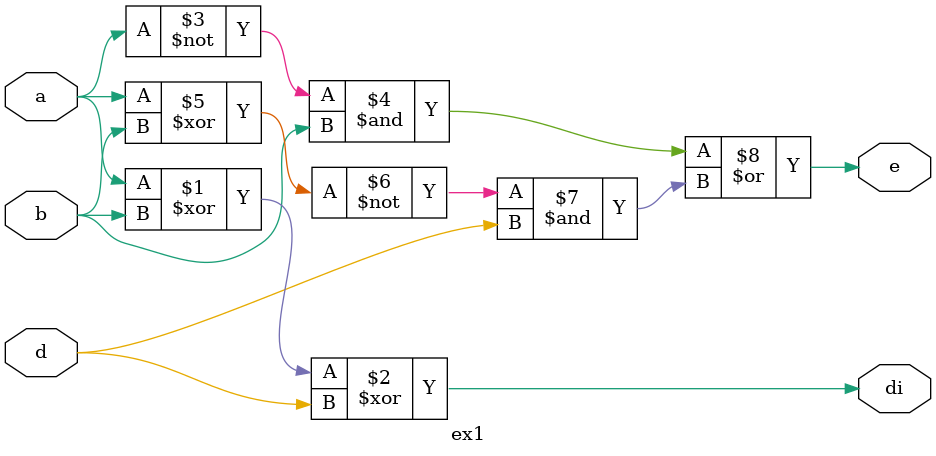
<source format=v>
module ex1(input a, b, d, output di, e);
	assign di = a ^ b ^ d;
	assign e = (~a & b) | (~(a ^ b) & d);
endmodule

</source>
